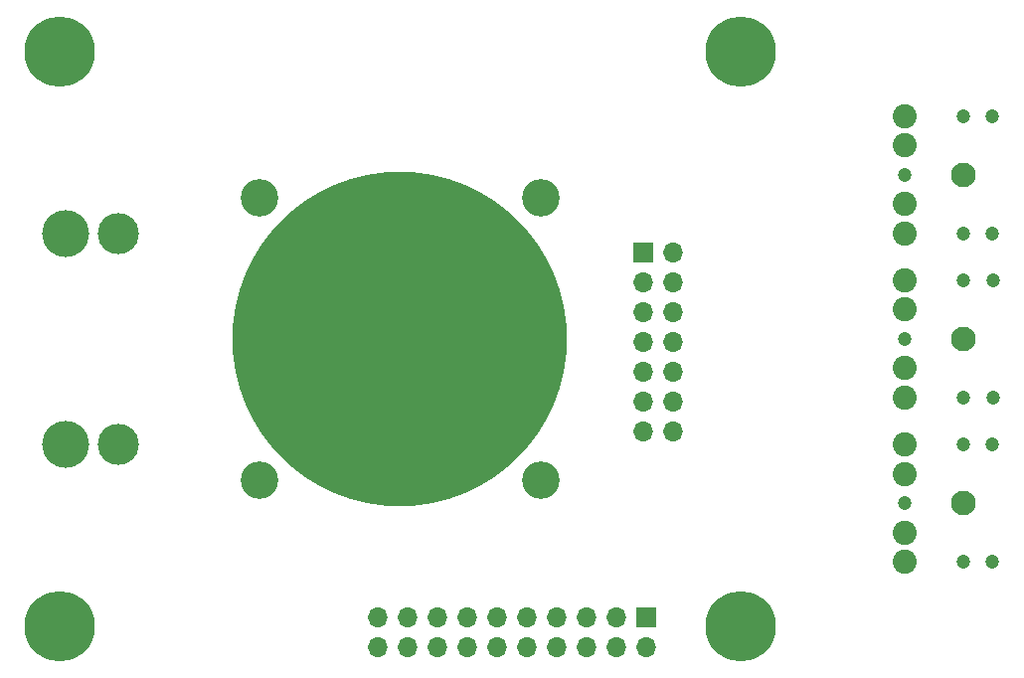
<source format=gts>
%TF.GenerationSoftware,KiCad,Pcbnew,(6.0.1)*%
%TF.CreationDate,2022-01-27T00:37:02-06:00*%
%TF.ProjectId,Radioberry-I-O,52616469-6f62-4657-9272-792d492d4f2e,1.0*%
%TF.SameCoordinates,Original*%
%TF.FileFunction,Soldermask,Top*%
%TF.FilePolarity,Negative*%
%FSLAX46Y46*%
G04 Gerber Fmt 4.6, Leading zero omitted, Abs format (unit mm)*
G04 Created by KiCad (PCBNEW (6.0.1)) date 2022-01-27 00:37:02*
%MOMM*%
%LPD*%
G01*
G04 APERTURE LIST*
%ADD10C,0.800000*%
%ADD11C,6.000000*%
%ADD12C,1.200000*%
%ADD13C,2.100000*%
%ADD14C,2.050000*%
%ADD15C,3.500000*%
%ADD16C,4.000000*%
%ADD17C,3.200000*%
%ADD18C,28.500000*%
%ADD19R,1.700000X1.700000*%
%ADD20O,1.700000X1.700000*%
G04 APERTURE END LIST*
D10*
%TO.C,REF3*%
X54931891Y-101068109D03*
X53500000Y-104525000D03*
X55525000Y-102500000D03*
X53500000Y-100475000D03*
D11*
X53500000Y-102500000D03*
D10*
X54931891Y-103931891D03*
X52068109Y-103931891D03*
X52068109Y-101068109D03*
X51475000Y-102500000D03*
%TD*%
D12*
%TO.C,CN5*%
X130450000Y-59000000D03*
X132950000Y-59000000D03*
X132950000Y-69000000D03*
X130450000Y-69000000D03*
X125450000Y-64000000D03*
D13*
X130450000Y-64000000D03*
D14*
X125450000Y-59000000D03*
X125450000Y-69000000D03*
X125450000Y-61500000D03*
X125450000Y-66500000D03*
%TD*%
D10*
%TO.C,REF4*%
X112931891Y-101068109D03*
X110068109Y-101068109D03*
X112931891Y-103931891D03*
X113525000Y-102500000D03*
D11*
X111500000Y-102500000D03*
D10*
X109475000Y-102500000D03*
X111500000Y-100475000D03*
X111500000Y-104525000D03*
X110068109Y-103931891D03*
%TD*%
D15*
%TO.C,CN1*%
X58500000Y-87000000D03*
D16*
X54000000Y-87000000D03*
%TD*%
D17*
%TO.C,M1*%
X70500000Y-90000000D03*
X94500000Y-66000000D03*
D18*
X82500000Y-78000000D03*
D17*
X70500000Y-66000000D03*
X94500000Y-90000000D03*
%TD*%
D10*
%TO.C,REF1*%
X52068109Y-52068109D03*
X53500000Y-55525000D03*
X54931891Y-54931891D03*
X53500000Y-51475000D03*
X52068109Y-54931891D03*
X54931891Y-52068109D03*
X55525000Y-53500000D03*
X51475000Y-53500000D03*
D11*
X53500000Y-53500000D03*
%TD*%
D19*
%TO.C,J2*%
X103200000Y-70607000D03*
D20*
X105740000Y-70607000D03*
X103200000Y-73147000D03*
X105740000Y-73147000D03*
X103200000Y-75687000D03*
X105740000Y-75687000D03*
X103200000Y-78227000D03*
X105740000Y-78227000D03*
X103200000Y-80767000D03*
X105740000Y-80767000D03*
X103200000Y-83307000D03*
X105740000Y-83307000D03*
X103200000Y-85847000D03*
X105740000Y-85847000D03*
%TD*%
D12*
%TO.C,CN3*%
X130450000Y-97000000D03*
X125450000Y-92000000D03*
X132950000Y-97000000D03*
X130450000Y-87000000D03*
X132950000Y-87000000D03*
D13*
X130450000Y-92000000D03*
D14*
X125450000Y-87000000D03*
X125450000Y-97000000D03*
X125450000Y-89500000D03*
X125450000Y-94500000D03*
%TD*%
D10*
%TO.C,REF2*%
X110068109Y-54931891D03*
X113525000Y-53500000D03*
X111500000Y-51475000D03*
D11*
X111500000Y-53500000D03*
D10*
X112931891Y-52068109D03*
X112931891Y-54931891D03*
X109475000Y-53500000D03*
X111500000Y-55525000D03*
X110068109Y-52068109D03*
%TD*%
D15*
%TO.C,CN2*%
X58500000Y-69000000D03*
D16*
X54000000Y-69000000D03*
%TD*%
D12*
%TO.C,CN4*%
X130500000Y-73000000D03*
X125500000Y-78000000D03*
X133000000Y-83000000D03*
X130500000Y-83000000D03*
X133000000Y-73000000D03*
D13*
X130500000Y-78000000D03*
D14*
X125500000Y-73000000D03*
X125500000Y-83000000D03*
X125500000Y-75500000D03*
X125500000Y-80500000D03*
%TD*%
D19*
%TO.C,J1*%
X103430000Y-101730000D03*
D20*
X103430000Y-104270000D03*
X100890000Y-101730000D03*
X100890000Y-104270000D03*
X98350000Y-101730000D03*
X98350000Y-104270000D03*
X95810000Y-101730000D03*
X95810000Y-104270000D03*
X93270000Y-101730000D03*
X93270000Y-104270000D03*
X90730000Y-101730000D03*
X90730000Y-104270000D03*
X88190000Y-101730000D03*
X88190000Y-104270000D03*
X85650000Y-101730000D03*
X85650000Y-104270000D03*
X83110000Y-101730000D03*
X83110000Y-104270000D03*
X80570000Y-101730000D03*
X80570000Y-104270000D03*
%TD*%
M02*

</source>
